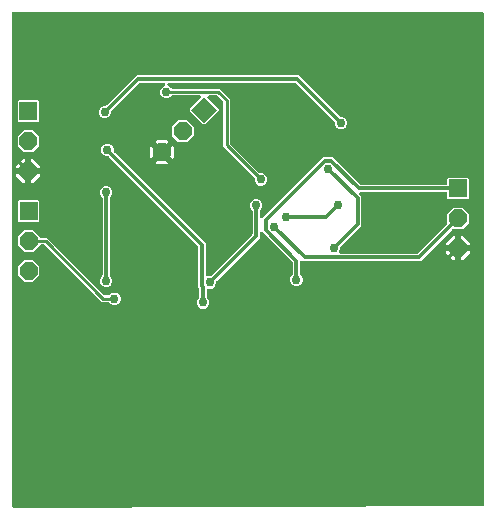
<source format=gbr>
G04 EAGLE Gerber RS-274X export*
G75*
%MOMM*%
%FSLAX34Y34*%
%LPD*%
%INBottom Copper*%
%IPPOS*%
%AMOC8*
5,1,8,0,0,1.08239X$1,22.5*%
G01*
%ADD10R,1.524000X1.524000*%
%ADD11P,1.649562X8X292.500000*%
%ADD12R,1.524000X1.524000*%
%ADD13P,1.649562X8X247.500000*%
%ADD14C,0.756400*%
%ADD15C,0.304800*%
%ADD16C,0.254000*%
%ADD17C,0.508000*%

G36*
X408320Y11133D02*
X408320Y11133D01*
X408344Y11136D01*
X408368Y11134D01*
X408516Y11156D01*
X408666Y11174D01*
X408689Y11182D01*
X408713Y11186D01*
X408852Y11241D01*
X408994Y11292D01*
X409014Y11305D01*
X409037Y11314D01*
X409160Y11400D01*
X409286Y11482D01*
X409303Y11499D01*
X409323Y11513D01*
X409423Y11624D01*
X409528Y11733D01*
X409540Y11754D01*
X409556Y11772D01*
X409629Y11903D01*
X409706Y12032D01*
X409713Y12056D01*
X409725Y12077D01*
X409766Y12222D01*
X409811Y12365D01*
X409813Y12389D01*
X409820Y12412D01*
X409839Y12656D01*
X409839Y428316D01*
X409836Y428342D01*
X409838Y428368D01*
X409816Y428515D01*
X409799Y428662D01*
X409791Y428687D01*
X409787Y428713D01*
X409732Y428851D01*
X409682Y428990D01*
X409668Y429012D01*
X409658Y429037D01*
X409573Y429158D01*
X409493Y429283D01*
X409474Y429301D01*
X409459Y429323D01*
X409349Y429422D01*
X409242Y429525D01*
X409220Y429539D01*
X409200Y429556D01*
X409070Y429628D01*
X408943Y429704D01*
X408918Y429712D01*
X408895Y429725D01*
X408752Y429765D01*
X408611Y429810D01*
X408585Y429812D01*
X408560Y429820D01*
X408316Y429839D01*
X11684Y429839D01*
X11658Y429836D01*
X11632Y429838D01*
X11485Y429816D01*
X11338Y429799D01*
X11313Y429791D01*
X11287Y429787D01*
X11149Y429732D01*
X11010Y429682D01*
X10988Y429668D01*
X10963Y429658D01*
X10842Y429573D01*
X10717Y429493D01*
X10699Y429474D01*
X10677Y429459D01*
X10578Y429349D01*
X10475Y429242D01*
X10461Y429220D01*
X10444Y429200D01*
X10372Y429070D01*
X10296Y428943D01*
X10288Y428918D01*
X10275Y428895D01*
X10235Y428752D01*
X10190Y428611D01*
X10188Y428585D01*
X10180Y428560D01*
X10161Y428316D01*
X10161Y11712D01*
X10164Y11684D01*
X10162Y11656D01*
X10184Y11511D01*
X10201Y11366D01*
X10210Y11339D01*
X10214Y11311D01*
X10269Y11176D01*
X10318Y11038D01*
X10333Y11014D01*
X10344Y10988D01*
X10427Y10868D01*
X10507Y10745D01*
X10527Y10725D01*
X10543Y10702D01*
X10652Y10605D01*
X10758Y10503D01*
X10782Y10488D01*
X10803Y10469D01*
X10931Y10399D01*
X11057Y10324D01*
X11084Y10315D01*
X11108Y10302D01*
X11249Y10262D01*
X11389Y10217D01*
X11417Y10215D01*
X11444Y10208D01*
X11688Y10189D01*
X408320Y11133D01*
G37*
%LPC*%
G36*
X170944Y178693D02*
X170944Y178693D01*
X168994Y179501D01*
X167501Y180994D01*
X166693Y182944D01*
X166693Y185056D01*
X167501Y187006D01*
X168505Y188010D01*
X168584Y188109D01*
X168668Y188203D01*
X168692Y188245D01*
X168722Y188283D01*
X168776Y188397D01*
X168837Y188508D01*
X168850Y188554D01*
X168871Y188598D01*
X168897Y188721D01*
X168932Y188843D01*
X168937Y188904D01*
X168944Y188939D01*
X168943Y188987D01*
X168951Y189087D01*
X168951Y195447D01*
X168937Y195573D01*
X168930Y195699D01*
X168917Y195745D01*
X168911Y195793D01*
X168869Y195912D01*
X168834Y196034D01*
X168810Y196076D01*
X168794Y196121D01*
X168725Y196228D01*
X168664Y196338D01*
X168624Y196384D01*
X168605Y196414D01*
X168570Y196448D01*
X168505Y196524D01*
X168121Y196908D01*
X168121Y230936D01*
X168107Y231062D01*
X168100Y231188D01*
X168087Y231234D01*
X168081Y231282D01*
X168039Y231401D01*
X168004Y231523D01*
X167980Y231565D01*
X167964Y231611D01*
X167895Y231717D01*
X167834Y231827D01*
X167794Y231873D01*
X167775Y231903D01*
X167740Y231937D01*
X167675Y232013D01*
X92441Y307247D01*
X92342Y307326D01*
X92248Y307410D01*
X92206Y307434D01*
X92168Y307464D01*
X92054Y307518D01*
X91943Y307579D01*
X91897Y307592D01*
X91853Y307613D01*
X91730Y307639D01*
X91608Y307674D01*
X91547Y307679D01*
X91512Y307686D01*
X91464Y307685D01*
X91364Y307693D01*
X89944Y307693D01*
X87994Y308501D01*
X86501Y309994D01*
X85693Y311944D01*
X85693Y314056D01*
X86501Y316006D01*
X87994Y317499D01*
X89944Y318307D01*
X92056Y318307D01*
X94006Y317499D01*
X95499Y316006D01*
X96307Y314056D01*
X96307Y312636D01*
X96321Y312510D01*
X96328Y312384D01*
X96341Y312338D01*
X96347Y312290D01*
X96389Y312171D01*
X96424Y312049D01*
X96448Y312007D01*
X96464Y311961D01*
X96533Y311855D01*
X96594Y311745D01*
X96634Y311699D01*
X96653Y311669D01*
X96688Y311635D01*
X96753Y311559D01*
X174219Y234093D01*
X174219Y207457D01*
X174236Y207308D01*
X174248Y207158D01*
X174256Y207135D01*
X174259Y207111D01*
X174309Y206969D01*
X174356Y206827D01*
X174368Y206806D01*
X174376Y206783D01*
X174458Y206656D01*
X174535Y206528D01*
X174552Y206511D01*
X174565Y206490D01*
X174674Y206385D01*
X174778Y206278D01*
X174798Y206265D01*
X174816Y206248D01*
X174945Y206171D01*
X175071Y206090D01*
X175094Y206082D01*
X175115Y206069D01*
X175258Y206023D01*
X175400Y205973D01*
X175424Y205970D01*
X175447Y205963D01*
X175596Y205951D01*
X175746Y205934D01*
X175770Y205937D01*
X175794Y205935D01*
X175943Y205957D01*
X176092Y205975D01*
X176120Y205984D01*
X176139Y205987D01*
X176183Y206004D01*
X176325Y206050D01*
X176944Y206307D01*
X178364Y206307D01*
X178490Y206321D01*
X178616Y206328D01*
X178662Y206341D01*
X178710Y206347D01*
X178829Y206389D01*
X178951Y206424D01*
X178993Y206448D01*
X179039Y206464D01*
X179145Y206533D01*
X179255Y206594D01*
X179301Y206634D01*
X179331Y206653D01*
X179365Y206688D01*
X179441Y206753D01*
X213505Y240817D01*
X213584Y240916D01*
X213668Y241010D01*
X213692Y241052D01*
X213722Y241090D01*
X213776Y241204D01*
X213837Y241315D01*
X213850Y241361D01*
X213871Y241405D01*
X213897Y241528D01*
X213932Y241650D01*
X213937Y241711D01*
X213944Y241746D01*
X213943Y241794D01*
X213951Y241894D01*
X213951Y260913D01*
X213937Y261039D01*
X213930Y261165D01*
X213917Y261211D01*
X213911Y261259D01*
X213869Y261378D01*
X213834Y261500D01*
X213810Y261542D01*
X213794Y261587D01*
X213725Y261693D01*
X213664Y261804D01*
X213624Y261850D01*
X213605Y261880D01*
X213570Y261914D01*
X213505Y261990D01*
X212501Y262994D01*
X211693Y264944D01*
X211693Y267056D01*
X212501Y269006D01*
X213994Y270499D01*
X215944Y271307D01*
X218056Y271307D01*
X220006Y270499D01*
X221499Y269006D01*
X222307Y267056D01*
X222307Y264944D01*
X221499Y262994D01*
X220495Y261990D01*
X220416Y261891D01*
X220332Y261797D01*
X220308Y261755D01*
X220278Y261717D01*
X220224Y261603D01*
X220163Y261492D01*
X220150Y261446D01*
X220129Y261402D01*
X220103Y261279D01*
X220068Y261157D01*
X220063Y261096D01*
X220056Y261061D01*
X220057Y261013D01*
X220049Y260913D01*
X220049Y256697D01*
X220060Y256597D01*
X220062Y256497D01*
X220080Y256425D01*
X220089Y256351D01*
X220122Y256256D01*
X220147Y256159D01*
X220181Y256093D01*
X220206Y256023D01*
X220261Y255938D01*
X220307Y255849D01*
X220355Y255792D01*
X220395Y255730D01*
X220467Y255660D01*
X220532Y255583D01*
X220592Y255539D01*
X220646Y255488D01*
X220732Y255436D01*
X220813Y255376D01*
X220881Y255347D01*
X220945Y255309D01*
X221041Y255278D01*
X221133Y255238D01*
X221206Y255225D01*
X221277Y255202D01*
X221377Y255194D01*
X221476Y255177D01*
X221550Y255180D01*
X221624Y255175D01*
X221724Y255189D01*
X221824Y255195D01*
X221895Y255215D01*
X221969Y255226D01*
X222062Y255263D01*
X222159Y255291D01*
X222224Y255327D01*
X222293Y255355D01*
X222375Y255412D01*
X222463Y255461D01*
X222539Y255526D01*
X222579Y255554D01*
X222603Y255580D01*
X222649Y255620D01*
X273908Y306879D01*
X282092Y306879D01*
X305076Y283895D01*
X305175Y283816D01*
X305269Y283732D01*
X305311Y283708D01*
X305349Y283678D01*
X305463Y283624D01*
X305574Y283563D01*
X305620Y283550D01*
X305664Y283529D01*
X305787Y283503D01*
X305909Y283468D01*
X305970Y283463D01*
X306005Y283456D01*
X306053Y283457D01*
X306153Y283449D01*
X377332Y283449D01*
X377358Y283452D01*
X377384Y283450D01*
X377531Y283472D01*
X377678Y283489D01*
X377703Y283497D01*
X377729Y283501D01*
X377867Y283556D01*
X378006Y283606D01*
X378028Y283620D01*
X378053Y283630D01*
X378174Y283715D01*
X378299Y283795D01*
X378317Y283814D01*
X378339Y283829D01*
X378438Y283939D01*
X378541Y284046D01*
X378555Y284068D01*
X378572Y284088D01*
X378644Y284218D01*
X378720Y284345D01*
X378728Y284370D01*
X378741Y284393D01*
X378781Y284536D01*
X378826Y284677D01*
X378828Y284703D01*
X378836Y284728D01*
X378855Y284972D01*
X378855Y288652D01*
X379748Y289545D01*
X396252Y289545D01*
X397145Y288652D01*
X397145Y272148D01*
X396252Y271255D01*
X379748Y271255D01*
X378855Y272148D01*
X378855Y275828D01*
X378852Y275854D01*
X378854Y275880D01*
X378832Y276027D01*
X378815Y276174D01*
X378807Y276199D01*
X378803Y276225D01*
X378748Y276363D01*
X378698Y276502D01*
X378684Y276524D01*
X378674Y276549D01*
X378589Y276670D01*
X378509Y276795D01*
X378490Y276813D01*
X378475Y276835D01*
X378365Y276934D01*
X378258Y277037D01*
X378236Y277051D01*
X378216Y277068D01*
X378086Y277140D01*
X377959Y277216D01*
X377934Y277224D01*
X377911Y277237D01*
X377768Y277277D01*
X377627Y277322D01*
X377601Y277324D01*
X377576Y277332D01*
X377332Y277351D01*
X305638Y277351D01*
X305538Y277340D01*
X305438Y277338D01*
X305365Y277320D01*
X305292Y277311D01*
X305197Y277278D01*
X305100Y277253D01*
X305033Y277219D01*
X304963Y277194D01*
X304879Y277139D01*
X304790Y277093D01*
X304733Y277045D01*
X304671Y277005D01*
X304601Y276933D01*
X304524Y276868D01*
X304480Y276808D01*
X304428Y276754D01*
X304377Y276668D01*
X304317Y276587D01*
X304288Y276519D01*
X304250Y276455D01*
X304219Y276359D01*
X304179Y276267D01*
X304166Y276194D01*
X304143Y276123D01*
X304135Y276023D01*
X304118Y275924D01*
X304121Y275850D01*
X304115Y275776D01*
X304130Y275676D01*
X304135Y275576D01*
X304156Y275505D01*
X304167Y275431D01*
X304204Y275338D01*
X304232Y275241D01*
X304268Y275176D01*
X304296Y275107D01*
X304353Y275025D01*
X304402Y274937D01*
X304467Y274861D01*
X304495Y274821D01*
X304521Y274797D01*
X304561Y274751D01*
X306049Y273263D01*
X306049Y248737D01*
X288753Y231441D01*
X288674Y231342D01*
X288590Y231248D01*
X288566Y231206D01*
X288536Y231168D01*
X288482Y231054D01*
X288421Y230943D01*
X288408Y230897D01*
X288387Y230853D01*
X288361Y230730D01*
X288326Y230608D01*
X288321Y230547D01*
X288314Y230512D01*
X288315Y230464D01*
X288307Y230364D01*
X288307Y228944D01*
X287565Y227155D01*
X287524Y227010D01*
X287478Y226867D01*
X287476Y226843D01*
X287470Y226820D01*
X287462Y226669D01*
X287450Y226520D01*
X287454Y226496D01*
X287453Y226472D01*
X287480Y226324D01*
X287502Y226175D01*
X287511Y226153D01*
X287515Y226129D01*
X287575Y225991D01*
X287631Y225851D01*
X287645Y225831D01*
X287654Y225809D01*
X287744Y225688D01*
X287830Y225565D01*
X287848Y225549D01*
X287862Y225529D01*
X287977Y225432D01*
X288089Y225332D01*
X288110Y225320D01*
X288128Y225304D01*
X288262Y225236D01*
X288394Y225163D01*
X288417Y225157D01*
X288438Y225146D01*
X288584Y225109D01*
X288729Y225068D01*
X288758Y225066D01*
X288777Y225061D01*
X288824Y225061D01*
X288973Y225049D01*
X353106Y225049D01*
X353232Y225063D01*
X353358Y225070D01*
X353404Y225083D01*
X353452Y225089D01*
X353571Y225131D01*
X353693Y225166D01*
X353735Y225190D01*
X353781Y225206D01*
X353887Y225275D01*
X353997Y225336D01*
X354043Y225376D01*
X354073Y225395D01*
X354107Y225430D01*
X354183Y225495D01*
X378409Y249721D01*
X378488Y249820D01*
X378572Y249914D01*
X378596Y249956D01*
X378626Y249994D01*
X378680Y250108D01*
X378741Y250219D01*
X378754Y250265D01*
X378775Y250309D01*
X378801Y250432D01*
X378836Y250554D01*
X378841Y250615D01*
X378848Y250649D01*
X378847Y250697D01*
X378855Y250798D01*
X378855Y258788D01*
X384212Y264145D01*
X391788Y264145D01*
X397145Y258788D01*
X397145Y251212D01*
X391788Y245855D01*
X383798Y245855D01*
X383672Y245841D01*
X383546Y245834D01*
X383500Y245821D01*
X383452Y245815D01*
X383333Y245773D01*
X383211Y245738D01*
X383169Y245714D01*
X383123Y245698D01*
X383017Y245629D01*
X382907Y245568D01*
X382861Y245528D01*
X382831Y245509D01*
X382797Y245474D01*
X382721Y245409D01*
X356263Y218951D01*
X256737Y218951D01*
X256649Y219039D01*
X256571Y219102D01*
X256498Y219172D01*
X256434Y219210D01*
X256376Y219256D01*
X256285Y219299D01*
X256199Y219350D01*
X256128Y219373D01*
X256061Y219405D01*
X255963Y219426D01*
X255867Y219457D01*
X255793Y219463D01*
X255720Y219478D01*
X255620Y219477D01*
X255520Y219485D01*
X255446Y219474D01*
X255372Y219472D01*
X255274Y219448D01*
X255175Y219433D01*
X255106Y219405D01*
X255034Y219387D01*
X254945Y219341D01*
X254851Y219304D01*
X254790Y219262D01*
X254724Y219228D01*
X254648Y219163D01*
X254565Y219105D01*
X254515Y219050D01*
X254459Y219002D01*
X254399Y218921D01*
X254332Y218846D01*
X254296Y218781D01*
X254251Y218722D01*
X254212Y218629D01*
X254163Y218541D01*
X254143Y218470D01*
X254113Y218402D01*
X254096Y218303D01*
X254068Y218206D01*
X254060Y218106D01*
X254052Y218059D01*
X254054Y218023D01*
X254049Y217962D01*
X254049Y208087D01*
X254063Y207961D01*
X254070Y207835D01*
X254083Y207789D01*
X254089Y207741D01*
X254131Y207622D01*
X254166Y207500D01*
X254190Y207458D01*
X254206Y207413D01*
X254275Y207307D01*
X254336Y207196D01*
X254376Y207150D01*
X254395Y207120D01*
X254430Y207086D01*
X254495Y207010D01*
X255499Y206006D01*
X256307Y204056D01*
X256307Y201944D01*
X255499Y199994D01*
X254006Y198501D01*
X252056Y197693D01*
X249944Y197693D01*
X247994Y198501D01*
X246501Y199994D01*
X245693Y201944D01*
X245693Y204056D01*
X246501Y206006D01*
X247505Y207010D01*
X247584Y207109D01*
X247668Y207203D01*
X247692Y207245D01*
X247722Y207283D01*
X247776Y207397D01*
X247837Y207508D01*
X247850Y207554D01*
X247871Y207598D01*
X247897Y207721D01*
X247932Y207843D01*
X247937Y207904D01*
X247944Y207939D01*
X247943Y207987D01*
X247951Y208087D01*
X247951Y217447D01*
X247937Y217573D01*
X247930Y217699D01*
X247917Y217745D01*
X247911Y217793D01*
X247869Y217912D01*
X247834Y218034D01*
X247810Y218076D01*
X247794Y218121D01*
X247725Y218228D01*
X247664Y218338D01*
X247624Y218384D01*
X247605Y218414D01*
X247570Y218448D01*
X247505Y218524D01*
X224353Y241676D01*
X222649Y243380D01*
X222570Y243443D01*
X222498Y243512D01*
X222434Y243551D01*
X222376Y243597D01*
X222285Y243640D01*
X222199Y243691D01*
X222128Y243714D01*
X222061Y243746D01*
X221963Y243767D01*
X221867Y243798D01*
X221793Y243803D01*
X221720Y243819D01*
X221620Y243817D01*
X221520Y243825D01*
X221446Y243814D01*
X221372Y243813D01*
X221275Y243789D01*
X221175Y243774D01*
X221106Y243746D01*
X221034Y243728D01*
X220945Y243682D01*
X220851Y243645D01*
X220790Y243603D01*
X220724Y243569D01*
X220648Y243503D01*
X220565Y243446D01*
X220515Y243391D01*
X220459Y243343D01*
X220399Y243262D01*
X220332Y243187D01*
X220296Y243122D01*
X220251Y243062D01*
X220212Y242970D01*
X220163Y242882D01*
X220143Y242811D01*
X220113Y242742D01*
X220096Y242644D01*
X220068Y242547D01*
X220060Y242447D01*
X220052Y242399D01*
X220054Y242364D01*
X220049Y242303D01*
X220049Y238737D01*
X183753Y202441D01*
X183674Y202342D01*
X183590Y202248D01*
X183566Y202206D01*
X183536Y202168D01*
X183482Y202054D01*
X183421Y201943D01*
X183408Y201897D01*
X183387Y201853D01*
X183361Y201730D01*
X183326Y201608D01*
X183321Y201547D01*
X183314Y201512D01*
X183315Y201464D01*
X183307Y201364D01*
X183307Y199944D01*
X182499Y197994D01*
X181006Y196501D01*
X179056Y195693D01*
X176866Y195693D01*
X176843Y195695D01*
X176820Y195702D01*
X176669Y195709D01*
X176520Y195721D01*
X176496Y195718D01*
X176472Y195719D01*
X176324Y195692D01*
X176175Y195669D01*
X176153Y195661D01*
X176129Y195656D01*
X175991Y195596D01*
X175851Y195541D01*
X175832Y195527D01*
X175810Y195517D01*
X175689Y195428D01*
X175565Y195342D01*
X175549Y195324D01*
X175530Y195310D01*
X175432Y195195D01*
X175332Y195083D01*
X175320Y195062D01*
X175305Y195044D01*
X175236Y194910D01*
X175163Y194778D01*
X175157Y194755D01*
X175146Y194733D01*
X175109Y194588D01*
X175068Y194443D01*
X175066Y194414D01*
X175061Y194395D01*
X175061Y194348D01*
X175049Y194199D01*
X175049Y189087D01*
X175063Y188961D01*
X175070Y188835D01*
X175083Y188789D01*
X175089Y188741D01*
X175131Y188622D01*
X175166Y188500D01*
X175190Y188458D01*
X175206Y188413D01*
X175275Y188307D01*
X175336Y188196D01*
X175376Y188150D01*
X175395Y188120D01*
X175430Y188086D01*
X175495Y188010D01*
X176499Y187006D01*
X177307Y185056D01*
X177307Y182944D01*
X176499Y180994D01*
X175006Y179501D01*
X173056Y178693D01*
X170944Y178693D01*
G37*
%LPD*%
%LPC*%
G36*
X219944Y282693D02*
X219944Y282693D01*
X217994Y283501D01*
X216501Y284994D01*
X215693Y286944D01*
X215693Y288723D01*
X215679Y288849D01*
X215672Y288975D01*
X215659Y289022D01*
X215653Y289070D01*
X215611Y289189D01*
X215576Y289310D01*
X215552Y289352D01*
X215536Y289398D01*
X215467Y289504D01*
X215406Y289614D01*
X215366Y289661D01*
X215347Y289691D01*
X215312Y289724D01*
X215247Y289801D01*
X189205Y315842D01*
X189205Y353211D01*
X189191Y353337D01*
X189184Y353463D01*
X189171Y353510D01*
X189165Y353558D01*
X189123Y353677D01*
X189088Y353798D01*
X189064Y353840D01*
X189048Y353886D01*
X188979Y353992D01*
X188918Y354102D01*
X188878Y354149D01*
X188859Y354179D01*
X188824Y354212D01*
X188759Y354289D01*
X184289Y358759D01*
X184190Y358838D01*
X184096Y358922D01*
X184053Y358946D01*
X184016Y358976D01*
X183901Y359030D01*
X183791Y359091D01*
X183744Y359104D01*
X183700Y359125D01*
X183577Y359151D01*
X183455Y359186D01*
X183394Y359191D01*
X183360Y359198D01*
X183312Y359197D01*
X183211Y359205D01*
X177326Y359205D01*
X177226Y359194D01*
X177126Y359192D01*
X177053Y359174D01*
X176980Y359165D01*
X176885Y359132D01*
X176788Y359107D01*
X176721Y359073D01*
X176651Y359048D01*
X176567Y358993D01*
X176478Y358947D01*
X176421Y358899D01*
X176359Y358859D01*
X176289Y358787D01*
X176212Y358722D01*
X176168Y358662D01*
X176116Y358608D01*
X176065Y358522D01*
X176005Y358441D01*
X175976Y358373D01*
X175938Y358309D01*
X175907Y358213D01*
X175867Y358121D01*
X175854Y358048D01*
X175831Y357977D01*
X175823Y357877D01*
X175806Y357778D01*
X175809Y357704D01*
X175803Y357630D01*
X175818Y357530D01*
X175823Y357430D01*
X175844Y357359D01*
X175855Y357285D01*
X175892Y357192D01*
X175920Y357095D01*
X175956Y357030D01*
X175984Y356961D01*
X176041Y356879D01*
X176090Y356791D01*
X176155Y356715D01*
X176183Y356675D01*
X176209Y356651D01*
X176249Y356605D01*
X185262Y347592D01*
X185262Y346329D01*
X173592Y334659D01*
X172329Y334659D01*
X160659Y346329D01*
X160659Y347592D01*
X169672Y356605D01*
X169735Y356683D01*
X169805Y356756D01*
X169843Y356820D01*
X169889Y356878D01*
X169932Y356969D01*
X169983Y357055D01*
X170006Y357126D01*
X170038Y357193D01*
X170059Y357291D01*
X170090Y357387D01*
X170096Y357461D01*
X170111Y357534D01*
X170110Y357634D01*
X170118Y357734D01*
X170107Y357808D01*
X170105Y357882D01*
X170081Y357979D01*
X170066Y358079D01*
X170038Y358148D01*
X170020Y358220D01*
X169974Y358310D01*
X169937Y358403D01*
X169895Y358464D01*
X169861Y358530D01*
X169795Y358607D01*
X169738Y358689D01*
X169683Y358739D01*
X169635Y358795D01*
X169554Y358855D01*
X169479Y358922D01*
X169414Y358958D01*
X169355Y359003D01*
X169262Y359042D01*
X169174Y359091D01*
X169103Y359111D01*
X169035Y359141D01*
X168936Y359158D01*
X168839Y359186D01*
X168739Y359194D01*
X168692Y359202D01*
X168656Y359200D01*
X168595Y359205D01*
X146341Y359205D01*
X146215Y359191D01*
X146089Y359184D01*
X146043Y359171D01*
X145995Y359165D01*
X145876Y359123D01*
X145754Y359088D01*
X145712Y359064D01*
X145667Y359048D01*
X145561Y358979D01*
X145450Y358918D01*
X145404Y358878D01*
X145374Y358859D01*
X145340Y358824D01*
X145264Y358759D01*
X144006Y357501D01*
X142056Y356693D01*
X139944Y356693D01*
X137994Y357501D01*
X136501Y358994D01*
X135693Y360944D01*
X135693Y363056D01*
X136501Y365006D01*
X137994Y366499D01*
X139254Y367021D01*
X139298Y367045D01*
X139345Y367062D01*
X139450Y367130D01*
X139559Y367190D01*
X139596Y367224D01*
X139638Y367251D01*
X139725Y367341D01*
X139817Y367424D01*
X139845Y367466D01*
X139880Y367502D01*
X139944Y367609D01*
X140015Y367711D01*
X140033Y367758D01*
X140059Y367801D01*
X140097Y367919D01*
X140143Y368035D01*
X140150Y368085D01*
X140165Y368133D01*
X140175Y368257D01*
X140194Y368380D01*
X140189Y368430D01*
X140193Y368480D01*
X140175Y368603D01*
X140165Y368727D01*
X140149Y368775D01*
X140142Y368825D01*
X140096Y368940D01*
X140058Y369059D01*
X140032Y369102D01*
X140013Y369149D01*
X139942Y369251D01*
X139878Y369357D01*
X139843Y369394D01*
X139814Y369435D01*
X139722Y369518D01*
X139635Y369607D01*
X139593Y369635D01*
X139555Y369668D01*
X139446Y369728D01*
X139342Y369796D01*
X139294Y369813D01*
X139250Y369837D01*
X139130Y369871D01*
X139013Y369912D01*
X138963Y369918D01*
X138915Y369932D01*
X138671Y369951D01*
X118894Y369951D01*
X118768Y369937D01*
X118642Y369930D01*
X118596Y369917D01*
X118548Y369911D01*
X118429Y369869D01*
X118307Y369834D01*
X118265Y369810D01*
X118219Y369794D01*
X118113Y369725D01*
X118003Y369664D01*
X117957Y369624D01*
X117927Y369605D01*
X117893Y369570D01*
X117817Y369505D01*
X94753Y346441D01*
X94674Y346342D01*
X94590Y346248D01*
X94566Y346206D01*
X94536Y346168D01*
X94482Y346054D01*
X94421Y345943D01*
X94408Y345897D01*
X94387Y345853D01*
X94361Y345730D01*
X94326Y345608D01*
X94321Y345547D01*
X94314Y345512D01*
X94315Y345464D01*
X94307Y345364D01*
X94307Y343944D01*
X93499Y341994D01*
X92006Y340501D01*
X90056Y339693D01*
X87944Y339693D01*
X85994Y340501D01*
X84501Y341994D01*
X83693Y343944D01*
X83693Y346056D01*
X84501Y348006D01*
X85994Y349499D01*
X87944Y350307D01*
X89364Y350307D01*
X89490Y350321D01*
X89616Y350328D01*
X89662Y350341D01*
X89710Y350347D01*
X89829Y350389D01*
X89951Y350424D01*
X89993Y350448D01*
X90039Y350464D01*
X90145Y350533D01*
X90255Y350594D01*
X90301Y350634D01*
X90331Y350653D01*
X90365Y350688D01*
X90441Y350753D01*
X115737Y376049D01*
X252922Y376049D01*
X287418Y341553D01*
X287517Y341474D01*
X287611Y341390D01*
X287653Y341366D01*
X287691Y341336D01*
X287805Y341282D01*
X287916Y341221D01*
X287962Y341208D01*
X288006Y341187D01*
X288129Y341161D01*
X288251Y341126D01*
X288312Y341121D01*
X288347Y341114D01*
X288395Y341115D01*
X288495Y341107D01*
X289915Y341107D01*
X291865Y340299D01*
X293358Y338806D01*
X294166Y336856D01*
X294166Y334744D01*
X293358Y332794D01*
X291865Y331301D01*
X289915Y330493D01*
X287804Y330493D01*
X285853Y331301D01*
X284360Y332794D01*
X283552Y334744D01*
X283552Y336164D01*
X283549Y336190D01*
X283551Y336216D01*
X283537Y336316D01*
X283531Y336416D01*
X283518Y336462D01*
X283513Y336510D01*
X283504Y336535D01*
X283500Y336561D01*
X283463Y336654D01*
X283435Y336751D01*
X283411Y336793D01*
X283395Y336839D01*
X283381Y336861D01*
X283371Y336885D01*
X283314Y336967D01*
X283265Y337055D01*
X283225Y337101D01*
X283206Y337131D01*
X283187Y337150D01*
X283172Y337171D01*
X283146Y337194D01*
X283106Y337241D01*
X250842Y369505D01*
X250743Y369584D01*
X250650Y369668D01*
X250607Y369692D01*
X250569Y369722D01*
X250455Y369776D01*
X250345Y369837D01*
X250298Y369850D01*
X250254Y369871D01*
X250131Y369897D01*
X250009Y369932D01*
X249948Y369937D01*
X249914Y369944D01*
X249866Y369943D01*
X249765Y369951D01*
X143329Y369951D01*
X143279Y369946D01*
X143229Y369948D01*
X143106Y369926D01*
X142983Y369911D01*
X142935Y369894D01*
X142886Y369885D01*
X142772Y369836D01*
X142655Y369794D01*
X142612Y369767D01*
X142566Y369747D01*
X142466Y369672D01*
X142362Y369605D01*
X142327Y369569D01*
X142286Y369539D01*
X142206Y369444D01*
X142120Y369354D01*
X142094Y369311D01*
X142061Y369273D01*
X142005Y369162D01*
X141941Y369055D01*
X141925Y369007D01*
X141902Y368962D01*
X141872Y368842D01*
X141835Y368723D01*
X141831Y368673D01*
X141818Y368624D01*
X141817Y368500D01*
X141807Y368376D01*
X141814Y368326D01*
X141813Y368276D01*
X141840Y368154D01*
X141858Y368031D01*
X141877Y367984D01*
X141888Y367935D01*
X141941Y367823D01*
X141987Y367707D01*
X142016Y367666D01*
X142037Y367620D01*
X142115Y367523D01*
X142186Y367421D01*
X142223Y367387D01*
X142255Y367348D01*
X142352Y367271D01*
X142445Y367188D01*
X142489Y367163D01*
X142528Y367132D01*
X142746Y367021D01*
X144006Y366499D01*
X145264Y365241D01*
X145363Y365162D01*
X145457Y365078D01*
X145499Y365054D01*
X145537Y365024D01*
X145651Y364970D01*
X145762Y364909D01*
X145808Y364896D01*
X145852Y364875D01*
X145975Y364849D01*
X146097Y364814D01*
X146158Y364809D01*
X146193Y364802D01*
X146241Y364803D01*
X146341Y364795D01*
X186158Y364795D01*
X194795Y356158D01*
X194795Y318789D01*
X194809Y318663D01*
X194816Y318537D01*
X194829Y318490D01*
X194835Y318442D01*
X194877Y318323D01*
X194912Y318202D01*
X194936Y318160D01*
X194952Y318114D01*
X195021Y318008D01*
X195082Y317898D01*
X195122Y317851D01*
X195141Y317821D01*
X195176Y317788D01*
X195241Y317711D01*
X219199Y293753D01*
X219298Y293674D01*
X219392Y293590D01*
X219435Y293566D01*
X219472Y293536D01*
X219587Y293482D01*
X219697Y293421D01*
X219744Y293408D01*
X219788Y293387D01*
X219911Y293361D01*
X220033Y293326D01*
X220094Y293321D01*
X220128Y293314D01*
X220176Y293315D01*
X220277Y293307D01*
X222056Y293307D01*
X224006Y292499D01*
X225499Y291006D01*
X226307Y289056D01*
X226307Y286944D01*
X225499Y284994D01*
X224006Y283501D01*
X222056Y282693D01*
X219944Y282693D01*
G37*
%LPD*%
%LPC*%
G36*
X95944Y181693D02*
X95944Y181693D01*
X93994Y182501D01*
X92736Y183759D01*
X92637Y183838D01*
X92543Y183922D01*
X92501Y183946D01*
X92463Y183976D01*
X92349Y184030D01*
X92238Y184091D01*
X92192Y184104D01*
X92148Y184125D01*
X92025Y184151D01*
X91903Y184186D01*
X91842Y184191D01*
X91807Y184198D01*
X91759Y184197D01*
X91659Y184205D01*
X86542Y184205D01*
X38089Y232659D01*
X37990Y232738D01*
X37896Y232822D01*
X37853Y232846D01*
X37816Y232876D01*
X37701Y232930D01*
X37591Y232991D01*
X37544Y233004D01*
X37501Y233025D01*
X37377Y233051D01*
X37255Y233086D01*
X37195Y233091D01*
X37160Y233098D01*
X37112Y233097D01*
X37012Y233105D01*
X35068Y233105D01*
X35042Y233102D01*
X35016Y233104D01*
X34869Y233082D01*
X34722Y233065D01*
X34697Y233057D01*
X34671Y233053D01*
X34533Y232998D01*
X34394Y232948D01*
X34372Y232934D01*
X34347Y232924D01*
X34226Y232839D01*
X34101Y232759D01*
X34083Y232740D01*
X34061Y232725D01*
X33962Y232615D01*
X33859Y232508D01*
X33845Y232486D01*
X33828Y232466D01*
X33756Y232336D01*
X33736Y232304D01*
X28188Y226755D01*
X20612Y226755D01*
X15255Y232112D01*
X15255Y239688D01*
X20612Y245045D01*
X28188Y245045D01*
X33720Y239513D01*
X33726Y239497D01*
X33811Y239376D01*
X33891Y239251D01*
X33910Y239233D01*
X33925Y239211D01*
X34035Y239112D01*
X34142Y239009D01*
X34164Y238995D01*
X34184Y238978D01*
X34314Y238906D01*
X34441Y238830D01*
X34466Y238822D01*
X34489Y238809D01*
X34632Y238769D01*
X34773Y238724D01*
X34799Y238722D01*
X34824Y238714D01*
X35068Y238695D01*
X39958Y238695D01*
X88412Y190241D01*
X88511Y190162D01*
X88604Y190078D01*
X88647Y190054D01*
X88685Y190024D01*
X88799Y189970D01*
X88910Y189909D01*
X88956Y189896D01*
X89000Y189875D01*
X89123Y189849D01*
X89245Y189814D01*
X89306Y189809D01*
X89340Y189802D01*
X89388Y189803D01*
X89489Y189795D01*
X91659Y189795D01*
X91785Y189809D01*
X91911Y189816D01*
X91957Y189829D01*
X92005Y189835D01*
X92124Y189877D01*
X92246Y189912D01*
X92288Y189936D01*
X92333Y189952D01*
X92439Y190021D01*
X92550Y190082D01*
X92596Y190122D01*
X92626Y190141D01*
X92660Y190176D01*
X92736Y190241D01*
X93994Y191499D01*
X95944Y192307D01*
X98056Y192307D01*
X100006Y191499D01*
X101499Y190006D01*
X102307Y188056D01*
X102307Y185944D01*
X101499Y183994D01*
X100006Y182501D01*
X98056Y181693D01*
X95944Y181693D01*
G37*
%LPD*%
%LPC*%
G36*
X88944Y196693D02*
X88944Y196693D01*
X86994Y197501D01*
X85501Y198994D01*
X84693Y200944D01*
X84693Y203056D01*
X85501Y205006D01*
X86505Y206010D01*
X86584Y206109D01*
X86668Y206203D01*
X86692Y206245D01*
X86722Y206283D01*
X86776Y206397D01*
X86837Y206508D01*
X86850Y206554D01*
X86871Y206598D01*
X86897Y206721D01*
X86932Y206843D01*
X86937Y206904D01*
X86944Y206939D01*
X86943Y206987D01*
X86951Y207087D01*
X86951Y271913D01*
X86937Y272039D01*
X86930Y272165D01*
X86917Y272211D01*
X86911Y272259D01*
X86869Y272378D01*
X86834Y272500D01*
X86810Y272542D01*
X86794Y272587D01*
X86725Y272693D01*
X86664Y272804D01*
X86624Y272850D01*
X86605Y272880D01*
X86570Y272914D01*
X86505Y272990D01*
X85501Y273994D01*
X84693Y275944D01*
X84693Y278056D01*
X85501Y280006D01*
X86994Y281499D01*
X88944Y282307D01*
X91056Y282307D01*
X93006Y281499D01*
X94499Y280006D01*
X95307Y278056D01*
X95307Y275944D01*
X94499Y273994D01*
X93495Y272990D01*
X93416Y272891D01*
X93332Y272797D01*
X93308Y272755D01*
X93278Y272717D01*
X93224Y272603D01*
X93163Y272492D01*
X93150Y272446D01*
X93129Y272402D01*
X93103Y272279D01*
X93068Y272157D01*
X93063Y272096D01*
X93056Y272061D01*
X93057Y272013D01*
X93049Y271913D01*
X93049Y207087D01*
X93063Y206961D01*
X93070Y206835D01*
X93083Y206789D01*
X93089Y206741D01*
X93131Y206622D01*
X93166Y206500D01*
X93190Y206458D01*
X93206Y206413D01*
X93275Y206307D01*
X93336Y206196D01*
X93376Y206150D01*
X93395Y206120D01*
X93430Y206086D01*
X93495Y206010D01*
X94499Y205006D01*
X95307Y203056D01*
X95307Y200944D01*
X94499Y198994D01*
X93006Y197501D01*
X91056Y196693D01*
X88944Y196693D01*
G37*
%LPD*%
%LPC*%
G36*
X15948Y336655D02*
X15948Y336655D01*
X15055Y337548D01*
X15055Y354052D01*
X15948Y354945D01*
X32452Y354945D01*
X33345Y354052D01*
X33345Y337548D01*
X32452Y336655D01*
X15948Y336655D01*
G37*
%LPD*%
%LPC*%
G36*
X16148Y252155D02*
X16148Y252155D01*
X15255Y253048D01*
X15255Y269552D01*
X16148Y270445D01*
X32652Y270445D01*
X33545Y269552D01*
X33545Y253048D01*
X32652Y252155D01*
X16148Y252155D01*
G37*
%LPD*%
%LPC*%
G36*
X20412Y311255D02*
X20412Y311255D01*
X15055Y316612D01*
X15055Y324188D01*
X20412Y329545D01*
X27988Y329545D01*
X33345Y324188D01*
X33345Y316612D01*
X27988Y311255D01*
X20412Y311255D01*
G37*
%LPD*%
%LPC*%
G36*
X20612Y201355D02*
X20612Y201355D01*
X15255Y206712D01*
X15255Y214288D01*
X20612Y219645D01*
X28188Y219645D01*
X33545Y214288D01*
X33545Y206712D01*
X28188Y201355D01*
X20612Y201355D01*
G37*
%LPD*%
%LPC*%
G36*
X151212Y319855D02*
X151212Y319855D01*
X145855Y325212D01*
X145855Y332788D01*
X151212Y338145D01*
X158788Y338145D01*
X164145Y332788D01*
X164145Y325212D01*
X158788Y319855D01*
X151212Y319855D01*
G37*
%LPD*%
%LPC*%
G36*
X26739Y297539D02*
X26739Y297539D01*
X26739Y305161D01*
X28409Y305161D01*
X34361Y299209D01*
X34361Y297539D01*
X26739Y297539D01*
G37*
%LPD*%
%LPC*%
G36*
X390539Y232139D02*
X390539Y232139D01*
X390539Y239761D01*
X392209Y239761D01*
X398161Y233809D01*
X398161Y232139D01*
X390539Y232139D01*
G37*
%LPD*%
%LPC*%
G36*
X14039Y297539D02*
X14039Y297539D01*
X14039Y299209D01*
X19991Y305161D01*
X21661Y305161D01*
X21661Y297539D01*
X14039Y297539D01*
G37*
%LPD*%
%LPC*%
G36*
X26739Y284839D02*
X26739Y284839D01*
X26739Y292461D01*
X34361Y292461D01*
X34361Y290791D01*
X28409Y284839D01*
X26739Y284839D01*
G37*
%LPD*%
%LPC*%
G36*
X377839Y232139D02*
X377839Y232139D01*
X377839Y233809D01*
X383791Y239761D01*
X385461Y239761D01*
X385461Y232139D01*
X377839Y232139D01*
G37*
%LPD*%
%LPC*%
G36*
X390539Y219439D02*
X390539Y219439D01*
X390539Y227061D01*
X398161Y227061D01*
X398161Y225391D01*
X392209Y219439D01*
X390539Y219439D01*
G37*
%LPD*%
%LPC*%
G36*
X19991Y284839D02*
X19991Y284839D01*
X14039Y290791D01*
X14039Y292461D01*
X21661Y292461D01*
X21661Y284839D01*
X19991Y284839D01*
G37*
%LPD*%
%LPC*%
G36*
X383791Y219439D02*
X383791Y219439D01*
X377839Y225391D01*
X377839Y227061D01*
X385461Y227061D01*
X385461Y219439D01*
X383791Y219439D01*
G37*
%LPD*%
%LPC*%
G36*
X131650Y320020D02*
X131650Y320020D01*
X132831Y321200D01*
X141248Y321200D01*
X142429Y320020D01*
X137039Y314631D01*
X131650Y320020D01*
G37*
%LPD*%
%LPC*%
G36*
X140631Y311039D02*
X140631Y311039D01*
X146020Y316429D01*
X147200Y315248D01*
X147200Y306831D01*
X146020Y305650D01*
X140631Y311039D01*
G37*
%LPD*%
%LPC*%
G36*
X126879Y306831D02*
X126879Y306831D01*
X126879Y315248D01*
X128059Y316429D01*
X133448Y311039D01*
X128059Y305650D01*
X126879Y306831D01*
G37*
%LPD*%
%LPC*%
G36*
X132831Y300879D02*
X132831Y300879D01*
X131650Y302059D01*
X137039Y307448D01*
X142429Y302059D01*
X141248Y300879D01*
X132831Y300879D01*
G37*
%LPD*%
D10*
X24400Y261300D03*
D11*
X24400Y235900D03*
X24400Y210500D03*
D10*
X24200Y345800D03*
D11*
X24200Y320400D03*
X24200Y295000D03*
D10*
X388000Y280400D03*
D11*
X388000Y255000D03*
X388000Y229600D03*
D12*
G36*
X162185Y346961D02*
X172961Y357737D01*
X183737Y346961D01*
X172961Y336185D01*
X162185Y346961D01*
G37*
D13*
X155000Y329000D03*
X137039Y311039D03*
D14*
X178000Y201000D03*
D15*
X217000Y240000D01*
X217000Y266000D01*
D14*
X217000Y266000D03*
X97000Y187000D03*
D16*
X87700Y187000D01*
X38800Y235900D01*
X24400Y235900D01*
D14*
X94000Y55000D03*
D17*
X61000Y88000D01*
X61000Y112000D01*
D14*
X61000Y112000D03*
X296000Y59000D03*
D17*
X296000Y152000D01*
D14*
X296000Y152000D03*
D15*
X310400Y152000D01*
X388000Y229600D01*
D14*
X21000Y396000D03*
D15*
X21000Y362151D01*
X13532Y354683D01*
X13532Y305668D02*
X24200Y295000D01*
X13532Y305668D02*
X13532Y354683D01*
X24200Y295000D02*
X24200Y280651D01*
X13732Y270183D01*
X13732Y159268D02*
X61000Y112000D01*
X13732Y190000D02*
X13732Y270183D01*
X13732Y190000D02*
X13732Y159268D01*
D14*
X25000Y190000D03*
D15*
X13732Y190000D01*
D14*
X140000Y246000D03*
D15*
X157000Y229000D01*
X157000Y186000D01*
X83000Y112000D01*
X61000Y112000D01*
D14*
X238000Y179000D03*
D15*
X265000Y152000D01*
X296000Y152000D01*
D16*
X140000Y246000D02*
X75000Y311000D01*
X75000Y324000D01*
X80000Y329000D01*
X119079Y329000D02*
X137039Y311039D01*
X119079Y329000D02*
X80000Y329000D01*
D14*
X251000Y203000D03*
D15*
X275171Y303830D02*
X280829Y303830D01*
X251000Y219341D02*
X251000Y203000D01*
X304259Y280400D02*
X388000Y280400D01*
X251000Y219341D02*
X225170Y245171D01*
X280829Y303830D02*
X304259Y280400D01*
X225170Y253829D02*
X225170Y245171D01*
X225170Y253829D02*
X275171Y303830D01*
D14*
X172000Y184000D03*
X91000Y313000D03*
D15*
X172000Y197341D02*
X172000Y184000D01*
X172000Y197341D02*
X171170Y198171D01*
X171170Y232830D02*
X91000Y313000D01*
X171170Y232830D02*
X171170Y198171D01*
D14*
X286000Y266000D03*
D15*
X276000Y256000D01*
X242000Y256000D01*
D14*
X242000Y256000D03*
X89000Y345000D03*
D15*
X117000Y373000D01*
X251659Y373000D01*
X288859Y335800D01*
D14*
X288859Y335800D03*
X90000Y202000D03*
D15*
X90000Y277000D01*
D14*
X90000Y277000D03*
X221000Y288000D03*
D16*
X192000Y317000D01*
X192000Y355000D01*
X185000Y362000D01*
X141000Y362000D01*
D14*
X141000Y362000D03*
X283000Y230000D03*
D15*
X303000Y272000D02*
X278000Y297000D01*
X303000Y272000D02*
X303000Y250000D01*
X283000Y230000D01*
D14*
X278000Y297000D03*
D15*
X258000Y222000D02*
X355000Y222000D01*
X388000Y255000D01*
D14*
X232000Y248000D03*
D15*
X258000Y222000D01*
M02*

</source>
